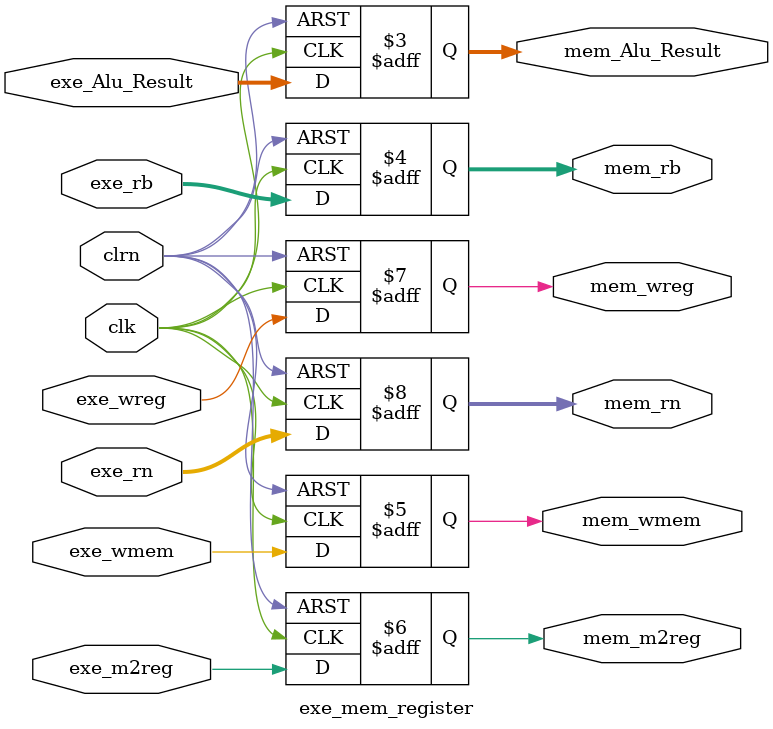
<source format=v>
`timescale 1ns / 1ps
module exe_mem_register(exe_Alu_Result, exe_rb, exe_wmem, exe_m2reg, exe_wreg, exe_rn,
			clk, clrn, mem_Alu_Result, mem_rb, mem_wmem, mem_m2reg, mem_wreg, mem_rn
    );
	input [31:0] exe_Alu_Result, exe_rb;
	input exe_wmem, exe_m2reg, exe_wreg, clk, clrn;
	input [4:0] exe_rn;
	output [31:0] mem_Alu_Result, mem_rb;
	output mem_wmem, mem_m2reg, mem_wreg;
	output [4:0] mem_rn;
	reg [31:0] mem_Alu_Result, mem_rb;
	reg mem_wmem, mem_m2reg, mem_wreg;
	reg [4:0] mem_rn;
	always @ (posedge clk or negedge clrn)
		if(clrn == 0)
			begin
				mem_Alu_Result <= 32'b0;
				mem_rb <= 32'b0;
				mem_wmem <= 0;
				mem_wreg <= 0;
				mem_m2reg <= 0;
				mem_rn <= 5'b0;
			end
		else
			begin
				mem_Alu_Result <= exe_Alu_Result;
				mem_rb <= exe_rb;
				mem_wmem <= exe_wmem;
				mem_wreg <= exe_wreg;
				mem_m2reg <= exe_m2reg;
				mem_rn <= exe_rn;
			end
endmodule

</source>
